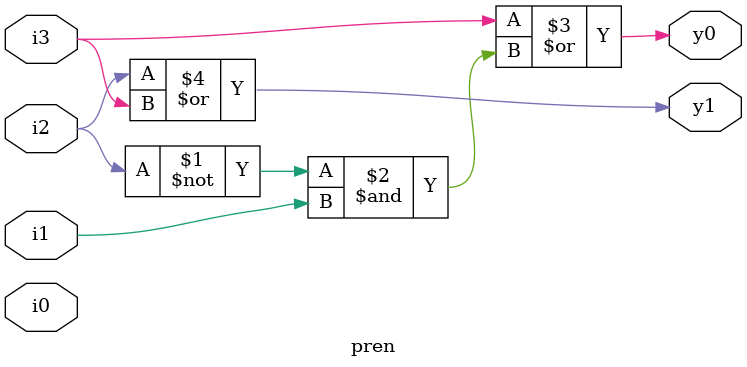
<source format=sv>
/*module pren(y1,y0,i0,i1,i2,i3);
  output y0,y1;
  input i0,i1,i2,i3;
  
  or r1(y0,i3,w1);
  and a1(w1,w2,i1);
  not n1(w2,i2);
  or r2(y1,i2,i3);
  
endmodule */


module pren(y1,y0,i0,i1,i2,i3);
  output y0,y1;
  input i0,i1,i2,i3;
  
  assign y0 = i3 | ~i2 & i1;
  assign y1 = i2 |  i3;
  
endmodule

               
               
       
</source>
